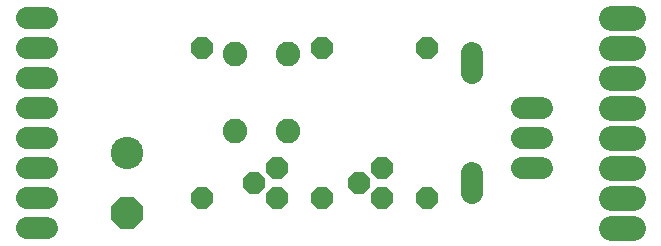
<source format=gbr>
G04 EAGLE Gerber X2 export*
G04 #@! %TF.Part,Single*
G04 #@! %TF.FileFunction,Soldermask,Bot,1*
G04 #@! %TF.FilePolarity,Negative*
G04 #@! %TF.GenerationSoftware,Autodesk,EAGLE,9.0.0*
G04 #@! %TF.CreationDate,2019-08-08T19:20:38Z*
G75*
%MOMM*%
%FSLAX34Y34*%
%LPD*%
%AMOC8*
5,1,8,0,0,1.08239X$1,22.5*%
G01*
%ADD10P,2.034460X8X112.500000*%
%ADD11C,2.743200*%
%ADD12P,2.969212X8X292.500000*%
%ADD13P,2.034460X8X292.500000*%
%ADD14C,1.879600*%
%ADD15C,2.082800*%
%ADD16C,2.082800*%


D10*
X292100Y63500D03*
X273050Y50800D03*
X292100Y38100D03*
X381000Y63500D03*
X361950Y50800D03*
X381000Y38100D03*
D11*
X165100Y76200D03*
D12*
X165100Y25400D03*
D13*
X228600Y165100D03*
X228600Y38100D03*
D10*
X330200Y38100D03*
X330200Y165100D03*
D14*
X457200Y160782D02*
X457200Y144018D01*
X457200Y59182D02*
X457200Y42418D01*
D10*
X419100Y38100D03*
X419100Y165100D03*
D14*
X499618Y88900D02*
X516382Y88900D01*
X516382Y114300D02*
X499618Y114300D01*
X499618Y63500D02*
X516382Y63500D01*
X97282Y190500D02*
X80518Y190500D01*
X80518Y165100D02*
X97282Y165100D01*
X97282Y139700D02*
X80518Y139700D01*
X80518Y114300D02*
X97282Y114300D01*
X97282Y88900D02*
X80518Y88900D01*
X80518Y63500D02*
X97282Y63500D01*
X97282Y38100D02*
X80518Y38100D01*
X80518Y12700D02*
X97282Y12700D01*
D15*
X574802Y12700D02*
X593598Y12700D01*
X593598Y38100D02*
X574802Y38100D01*
X574802Y63500D02*
X593598Y63500D01*
X593598Y88900D02*
X574802Y88900D01*
X574802Y114300D02*
X593598Y114300D01*
X593598Y139700D02*
X574802Y139700D01*
X574802Y165100D02*
X593598Y165100D01*
X593598Y190500D02*
X574802Y190500D01*
D16*
X302006Y159512D03*
X302006Y94488D03*
X256794Y159512D03*
X256794Y94488D03*
M02*

</source>
